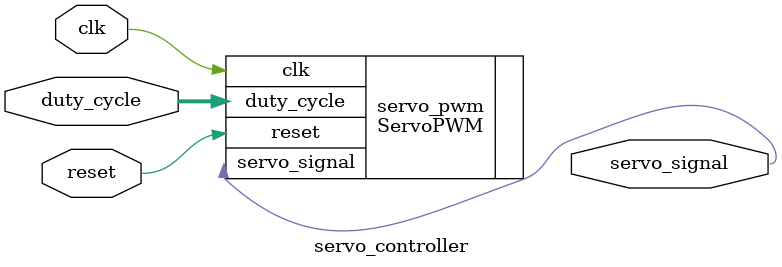
<source format=v>
module servo_controller (
    input clk,
    input reset,
    input [6:0] duty_cycle,
    output servo_signal
);

// Instantiate the ServoPWM module
ServoPWM #(
    .PULSE_FREQ(50),
    .SYS_FREQ(100)
) servo_pwm (
    .clk(clk),
    .reset(reset),
    .duty_cycle(duty_cycle),
    .servo_signal(servo_signal)
);

endmodule
</source>
